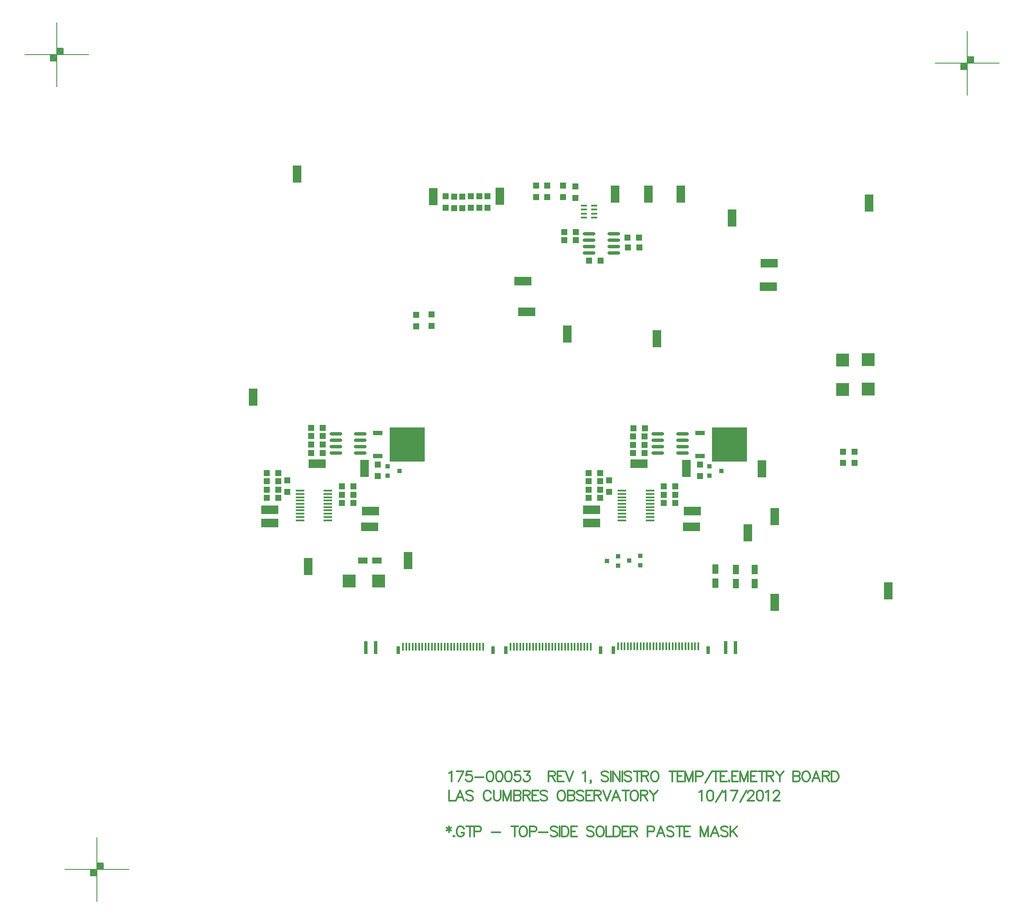
<source format=gtp>
%FSLAX23Y23*%
%MOIN*%
G70*
G01*
G75*
G04 Layer_Color=8421504*
%ADD10R,0.050X0.050*%
%ADD11R,0.045X0.017*%
%ADD12R,0.050X0.050*%
%ADD13R,0.048X0.078*%
%ADD14R,0.078X0.048*%
%ADD15R,0.100X0.100*%
%ADD16R,0.272X0.268*%
%ADD17R,0.075X0.037*%
%ADD18R,0.037X0.035*%
%ADD19R,0.037X0.035*%
%ADD20R,0.036X0.036*%
%ADD21R,0.070X0.135*%
%ADD22R,0.135X0.070*%
%ADD23O,0.098X0.028*%
%ADD24R,0.065X0.012*%
%ADD25R,0.030X0.100*%
%ADD26R,0.014X0.060*%
%ADD27R,0.031X0.060*%
%ADD28R,0.100X0.100*%
%ADD29C,0.005*%
%ADD30C,0.025*%
%ADD31C,0.008*%
%ADD32C,0.010*%
%ADD33C,0.050*%
%ADD34C,0.006*%
%ADD35C,0.012*%
%ADD36C,0.012*%
%ADD37C,0.012*%
%ADD38C,0.100*%
%ADD39C,0.065*%
%ADD40C,0.116*%
%ADD41C,0.063*%
%ADD42C,0.059*%
%ADD43R,0.059X0.059*%
%ADD44C,0.157*%
%ADD45C,0.079*%
%ADD46R,0.059X0.059*%
%ADD47C,0.059*%
%ADD48C,0.020*%
%ADD49C,0.060*%
%ADD50R,0.060X0.060*%
%ADD51C,0.070*%
%ADD52C,0.039*%
%ADD53C,0.220*%
%ADD54C,0.050*%
%ADD55C,0.236*%
%ADD56C,0.030*%
%ADD57C,0.040*%
%ADD58C,0.103*%
%ADD59C,0.080*%
%ADD60C,0.168*%
%ADD61C,0.075*%
%ADD62C,0.131*%
%ADD63C,0.076*%
%ADD64C,0.075*%
G04:AMPARAMS|DCode=65|XSize=95.433mil|YSize=95.433mil|CornerRadius=0mil|HoleSize=0mil|Usage=FLASHONLY|Rotation=0.000|XOffset=0mil|YOffset=0mil|HoleType=Round|Shape=Relief|Width=10mil|Gap=10mil|Entries=4|*
%AMTHD65*
7,0,0,0.095,0.075,0.010,45*
%
%ADD65THD65*%
G04:AMPARAMS|DCode=66|XSize=90mil|YSize=90mil|CornerRadius=0mil|HoleSize=0mil|Usage=FLASHONLY|Rotation=0.000|XOffset=0mil|YOffset=0mil|HoleType=Round|Shape=Relief|Width=10mil|Gap=10mil|Entries=4|*
%AMTHD66*
7,0,0,0.090,0.070,0.010,45*
%
%ADD66THD66*%
%ADD67C,0.080*%
%ADD68C,0.206*%
G04:AMPARAMS|DCode=69|XSize=85mil|YSize=85mil|CornerRadius=0mil|HoleSize=0mil|Usage=FLASHONLY|Rotation=0.000|XOffset=0mil|YOffset=0mil|HoleType=Round|Shape=Relief|Width=10mil|Gap=10mil|Entries=4|*
%AMTHD69*
7,0,0,0.085,0.065,0.010,45*
%
%ADD69THD69*%
%ADD70C,0.158*%
G04:AMPARAMS|DCode=71|XSize=70mil|YSize=70mil|CornerRadius=0mil|HoleSize=0mil|Usage=FLASHONLY|Rotation=0.000|XOffset=0mil|YOffset=0mil|HoleType=Round|Shape=Relief|Width=10mil|Gap=10mil|Entries=4|*
%AMTHD71*
7,0,0,0.070,0.050,0.010,45*
%
%ADD71THD71*%
%ADD72C,0.068*%
%ADD73C,0.055*%
G04:AMPARAMS|DCode=74|XSize=75mil|YSize=75mil|CornerRadius=0mil|HoleSize=0mil|Usage=FLASHONLY|Rotation=0.000|XOffset=0mil|YOffset=0mil|HoleType=Round|Shape=Relief|Width=10mil|Gap=10mil|Entries=4|*
%AMTHD74*
7,0,0,0.075,0.055,0.010,45*
%
%ADD74THD74*%
G04:AMPARAMS|DCode=75|XSize=123mil|YSize=123mil|CornerRadius=0mil|HoleSize=0mil|Usage=FLASHONLY|Rotation=0.000|XOffset=0mil|YOffset=0mil|HoleType=Round|Shape=Relief|Width=10mil|Gap=10mil|Entries=4|*
%AMTHD75*
7,0,0,0.123,0.103,0.010,45*
%
%ADD75THD75*%
G04:AMPARAMS|DCode=76|XSize=100mil|YSize=100mil|CornerRadius=0mil|HoleSize=0mil|Usage=FLASHONLY|Rotation=0.000|XOffset=0mil|YOffset=0mil|HoleType=Round|Shape=Relief|Width=10mil|Gap=10mil|Entries=4|*
%AMTHD76*
7,0,0,0.100,0.080,0.010,45*
%
%ADD76THD76*%
G04:AMPARAMS|DCode=77|XSize=150.551mil|YSize=150.551mil|CornerRadius=0mil|HoleSize=0mil|Usage=FLASHONLY|Rotation=0.000|XOffset=0mil|YOffset=0mil|HoleType=Round|Shape=Relief|Width=10mil|Gap=10mil|Entries=4|*
%AMTHD77*
7,0,0,0.151,0.131,0.010,45*
%
%ADD77THD77*%
G04:AMPARAMS|DCode=78|XSize=96.221mil|YSize=96.221mil|CornerRadius=0mil|HoleSize=0mil|Usage=FLASHONLY|Rotation=0.000|XOffset=0mil|YOffset=0mil|HoleType=Round|Shape=Relief|Width=10mil|Gap=10mil|Entries=4|*
%AMTHD78*
7,0,0,0.096,0.076,0.010,45*
%
%ADD78THD78*%
G04:AMPARAMS|DCode=79|XSize=88mil|YSize=88mil|CornerRadius=0mil|HoleSize=0mil|Usage=FLASHONLY|Rotation=0.000|XOffset=0mil|YOffset=0mil|HoleType=Round|Shape=Relief|Width=10mil|Gap=10mil|Entries=4|*
%AMTHD79*
7,0,0,0.088,0.068,0.010,45*
%
%ADD79THD79*%
%ADD80R,0.100X0.025*%
%ADD81R,0.012X0.057*%
%ADD82R,0.185X0.025*%
%ADD83R,0.035X0.053*%
%ADD84R,0.053X0.053*%
%ADD85R,0.709X0.020*%
%ADD86R,0.016X0.085*%
%ADD87C,0.010*%
%ADD88C,0.010*%
%ADD89C,0.008*%
%ADD90C,0.007*%
%ADD91R,0.170X0.118*%
D10*
X55718Y37193D02*
D03*
Y37283D02*
D03*
X55815Y37187D02*
D03*
Y37277D02*
D03*
X55507Y37191D02*
D03*
Y37281D02*
D03*
X55594Y37191D02*
D03*
Y37281D02*
D03*
X54801Y37108D02*
D03*
Y37198D02*
D03*
X55128Y37109D02*
D03*
Y37199D02*
D03*
X53564Y34979D02*
D03*
Y34889D02*
D03*
X56078Y34979D02*
D03*
Y34889D02*
D03*
X54691Y36274D02*
D03*
Y36184D02*
D03*
X54572Y36272D02*
D03*
Y36182D02*
D03*
X54929Y37106D02*
D03*
Y37196D02*
D03*
X54866Y37197D02*
D03*
Y37107D02*
D03*
X54998Y37108D02*
D03*
Y37198D02*
D03*
X55064Y37199D02*
D03*
Y37109D02*
D03*
X54272Y35103D02*
D03*
Y35013D02*
D03*
X56786Y35103D02*
D03*
Y35013D02*
D03*
D11*
X55959Y37032D02*
D03*
Y37063D02*
D03*
Y37095D02*
D03*
Y37126D02*
D03*
X55882D02*
D03*
Y37095D02*
D03*
Y37063D02*
D03*
Y37032D02*
D03*
D12*
X57993Y35203D02*
D03*
X57903D02*
D03*
X56312Y36874D02*
D03*
X56222D02*
D03*
X56011Y36696D02*
D03*
X55921D02*
D03*
X53752Y35389D02*
D03*
X53842D02*
D03*
X56266Y35385D02*
D03*
X56356D02*
D03*
X53990Y34932D02*
D03*
X54080D02*
D03*
X56504D02*
D03*
X56594D02*
D03*
X53494Y35034D02*
D03*
X53404D02*
D03*
X56008D02*
D03*
X55918D02*
D03*
X53494Y34841D02*
D03*
X53404D02*
D03*
X56008D02*
D03*
X55918D02*
D03*
X53990Y34802D02*
D03*
X54080D02*
D03*
X56504D02*
D03*
X56594D02*
D03*
X55727Y36920D02*
D03*
X55817D02*
D03*
X55816Y36854D02*
D03*
X55726D02*
D03*
X56223Y36798D02*
D03*
X56313D02*
D03*
X53990Y34867D02*
D03*
X54080D02*
D03*
X56504D02*
D03*
X56594D02*
D03*
X53494Y34971D02*
D03*
X53404D02*
D03*
X56008D02*
D03*
X55918D02*
D03*
X53750Y35259D02*
D03*
X53840D02*
D03*
X56264Y35256D02*
D03*
X56354D02*
D03*
X53841Y35325D02*
D03*
X53751D02*
D03*
X56355Y35322D02*
D03*
X56265D02*
D03*
X53494Y34905D02*
D03*
X53404D02*
D03*
X56008D02*
D03*
X55918D02*
D03*
X53839Y35193D02*
D03*
X53749D02*
D03*
X56354Y35191D02*
D03*
X56264D02*
D03*
X57904Y35115D02*
D03*
X57994D02*
D03*
D13*
X56908Y34287D02*
D03*
Y34177D02*
D03*
X57068Y34172D02*
D03*
Y34282D02*
D03*
X57213Y34282D02*
D03*
Y34172D02*
D03*
D14*
X54153Y34352D02*
D03*
X54263D02*
D03*
D15*
X54278Y34192D02*
D03*
X54048D02*
D03*
D16*
X54502Y35259D02*
D03*
X57016D02*
D03*
D17*
X54272Y35170D02*
D03*
Y35349D02*
D03*
X56786Y35170D02*
D03*
Y35349D02*
D03*
D18*
X54348Y35090D02*
D03*
X54440Y35053D02*
D03*
X56862Y35090D02*
D03*
X56954Y35053D02*
D03*
D19*
X54348Y35015D02*
D03*
X56862D02*
D03*
D20*
X56148Y34387D02*
D03*
X56062Y34350D02*
D03*
X56148Y34313D02*
D03*
X56319Y34388D02*
D03*
X56233Y34351D02*
D03*
X56319Y34314D02*
D03*
D21*
X54705Y37196D02*
D03*
X55223Y37200D02*
D03*
X54166Y35073D02*
D03*
X56680D02*
D03*
X53640Y37372D02*
D03*
X58256Y34115D02*
D03*
X53298Y35628D02*
D03*
X58106Y37144D02*
D03*
X57162Y34570D02*
D03*
X57369Y34025D02*
D03*
X53727Y34306D02*
D03*
X57271Y35070D02*
D03*
X57372Y34694D02*
D03*
X54506Y34352D02*
D03*
X56123Y37215D02*
D03*
X56383D02*
D03*
X56638D02*
D03*
X57038Y37029D02*
D03*
X55750Y36123D02*
D03*
X56452Y36085D02*
D03*
D22*
X53797Y35109D02*
D03*
X56311D02*
D03*
X57320Y36493D02*
D03*
X57328Y36675D02*
D03*
X55403Y36536D02*
D03*
X55434Y36296D02*
D03*
X54213Y34739D02*
D03*
X56727D02*
D03*
X53427Y34748D02*
D03*
X55941D02*
D03*
X53427Y34645D02*
D03*
X55941D02*
D03*
X54208Y34615D02*
D03*
X56722D02*
D03*
D23*
X55921Y36905D02*
D03*
Y36855D02*
D03*
Y36805D02*
D03*
Y36755D02*
D03*
X56113Y36905D02*
D03*
Y36855D02*
D03*
Y36805D02*
D03*
Y36755D02*
D03*
X53943Y35341D02*
D03*
Y35291D02*
D03*
Y35241D02*
D03*
Y35191D02*
D03*
X54135Y35341D02*
D03*
Y35291D02*
D03*
Y35241D02*
D03*
Y35191D02*
D03*
X56457Y35341D02*
D03*
Y35291D02*
D03*
Y35241D02*
D03*
Y35191D02*
D03*
X56649Y35341D02*
D03*
Y35291D02*
D03*
Y35241D02*
D03*
Y35191D02*
D03*
D24*
X53882Y34667D02*
D03*
Y34693D02*
D03*
Y34719D02*
D03*
Y34744D02*
D03*
Y34770D02*
D03*
Y34795D02*
D03*
Y34821D02*
D03*
X53664Y34667D02*
D03*
Y34693D02*
D03*
Y34719D02*
D03*
Y34744D02*
D03*
Y34770D02*
D03*
Y34795D02*
D03*
Y34821D02*
D03*
Y34844D02*
D03*
X53882D02*
D03*
X53664Y34872D02*
D03*
X53882D02*
D03*
X53664Y34898D02*
D03*
X53882D02*
D03*
X56396Y34667D02*
D03*
Y34693D02*
D03*
Y34719D02*
D03*
Y34744D02*
D03*
Y34770D02*
D03*
Y34795D02*
D03*
Y34821D02*
D03*
X56178Y34667D02*
D03*
Y34693D02*
D03*
Y34719D02*
D03*
Y34744D02*
D03*
Y34770D02*
D03*
Y34795D02*
D03*
Y34821D02*
D03*
Y34844D02*
D03*
X56396D02*
D03*
X56178Y34872D02*
D03*
X56396D02*
D03*
X56178Y34898D02*
D03*
X56396D02*
D03*
D25*
X57065Y33671D02*
D03*
X56986D02*
D03*
X54255Y33671D02*
D03*
X54176D02*
D03*
D26*
X54468Y33680D02*
D03*
X54493D02*
D03*
X54518D02*
D03*
X54543D02*
D03*
X54568D02*
D03*
X54593D02*
D03*
X54618D02*
D03*
X54643D02*
D03*
X54668D02*
D03*
X54693D02*
D03*
X54718D02*
D03*
X54743D02*
D03*
X54768D02*
D03*
X54793D02*
D03*
X54818D02*
D03*
X54843D02*
D03*
X54868D02*
D03*
X54893D02*
D03*
X54918D02*
D03*
X54943D02*
D03*
X54968D02*
D03*
X54993D02*
D03*
X55018D02*
D03*
X55043D02*
D03*
X55068D02*
D03*
X55093D02*
D03*
X55308D02*
D03*
X55333D02*
D03*
X55358D02*
D03*
X55383D02*
D03*
X55408D02*
D03*
X55433D02*
D03*
X55458D02*
D03*
X55483D02*
D03*
X55508D02*
D03*
X55533D02*
D03*
X55558D02*
D03*
X55583D02*
D03*
X55608D02*
D03*
X55633D02*
D03*
X55658D02*
D03*
X55683D02*
D03*
X55708D02*
D03*
X55733D02*
D03*
X55758D02*
D03*
X55783D02*
D03*
X55808D02*
D03*
X55833D02*
D03*
X55858D02*
D03*
X55883D02*
D03*
X55908D02*
D03*
X55933D02*
D03*
X56148Y33681D02*
D03*
X56173D02*
D03*
X56198D02*
D03*
X56223D02*
D03*
X56248D02*
D03*
X56273D02*
D03*
X56298D02*
D03*
X56323D02*
D03*
X56348D02*
D03*
X56373D02*
D03*
X56398D02*
D03*
X56423D02*
D03*
X56448D02*
D03*
X56473D02*
D03*
X56498D02*
D03*
X56523D02*
D03*
X56548D02*
D03*
X56573D02*
D03*
X56598D02*
D03*
X56623D02*
D03*
X56648D02*
D03*
X56673D02*
D03*
X56698D02*
D03*
X56723D02*
D03*
X56748D02*
D03*
X56773D02*
D03*
D27*
X54430Y33653D02*
D03*
X55170D02*
D03*
X55270D02*
D03*
X56010D02*
D03*
X56850D02*
D03*
X56110D02*
D03*
D28*
X58100Y35922D02*
D03*
Y35692D02*
D03*
X57901Y35920D02*
D03*
Y35690D02*
D03*
D31*
X58873Y37990D02*
Y38490D01*
X58623Y38240D02*
X59123D01*
X58823Y38190D02*
X58873D01*
X58823D02*
Y38240D01*
X58873Y38290D02*
X58923D01*
Y38240D02*
Y38290D01*
X58878Y38245D02*
Y38285D01*
X58918D01*
Y38245D02*
Y38285D01*
X58878Y38245D02*
X58918D01*
X58883Y38250D02*
Y38280D01*
X58913D01*
Y38250D02*
Y38280D01*
X58888Y38250D02*
X58913D01*
X58888Y38255D02*
Y38275D01*
X58908D01*
Y38255D02*
Y38275D01*
X58893Y38255D02*
X58908D01*
X58893Y38260D02*
Y38270D01*
X58903D01*
Y38260D02*
Y38270D01*
X58893Y38260D02*
X58903D01*
X58898D02*
Y38270D01*
X58828Y38195D02*
Y38235D01*
X58868D01*
Y38195D02*
Y38235D01*
X58828Y38195D02*
X58868D01*
X58833Y38200D02*
Y38230D01*
X58863D01*
Y38200D02*
Y38230D01*
X58838Y38200D02*
X58863D01*
X58838Y38205D02*
Y38225D01*
X58858D01*
Y38205D02*
Y38225D01*
X58843Y38205D02*
X58858D01*
X58843Y38210D02*
Y38220D01*
X58853D01*
Y38210D02*
Y38220D01*
X58843Y38210D02*
X58853D01*
X58848D02*
Y38220D01*
X51765Y38056D02*
Y38556D01*
X51515Y38306D02*
X52015D01*
X51715Y38256D02*
X51765D01*
X51715D02*
Y38306D01*
X51765Y38356D02*
X51815D01*
Y38306D02*
Y38356D01*
X51770Y38311D02*
Y38351D01*
X51810D01*
Y38311D02*
Y38351D01*
X51770Y38311D02*
X51810D01*
X51775Y38316D02*
Y38346D01*
X51805D01*
Y38316D02*
Y38346D01*
X51780Y38316D02*
X51805D01*
X51780Y38321D02*
Y38341D01*
X51800D01*
Y38321D02*
Y38341D01*
X51785Y38321D02*
X51800D01*
X51785Y38326D02*
Y38336D01*
X51795D01*
Y38326D02*
Y38336D01*
X51785Y38326D02*
X51795D01*
X51790D02*
Y38336D01*
X51720Y38261D02*
Y38301D01*
X51760D01*
Y38261D02*
Y38301D01*
X51720Y38261D02*
X51760D01*
X51725Y38266D02*
Y38296D01*
X51755D01*
Y38266D02*
Y38296D01*
X51730Y38266D02*
X51755D01*
X51730Y38271D02*
Y38291D01*
X51750D01*
Y38271D02*
Y38291D01*
X51735Y38271D02*
X51750D01*
X51735Y38276D02*
Y38286D01*
X51745D01*
Y38276D02*
Y38286D01*
X51735Y38276D02*
X51745D01*
X51740D02*
Y38286D01*
X52077Y31688D02*
Y32188D01*
X51827Y31938D02*
X52327D01*
X52027Y31888D02*
X52077D01*
X52027D02*
Y31938D01*
X52077Y31988D02*
X52127D01*
Y31938D02*
Y31988D01*
X52082Y31943D02*
Y31983D01*
X52122D01*
Y31943D02*
Y31983D01*
X52082Y31943D02*
X52122D01*
X52087Y31948D02*
Y31978D01*
X52117D01*
Y31948D02*
Y31978D01*
X52092Y31948D02*
X52117D01*
X52092Y31953D02*
Y31973D01*
X52112D01*
Y31953D02*
Y31973D01*
X52097Y31953D02*
X52112D01*
X52097Y31958D02*
Y31968D01*
X52107D01*
Y31958D02*
Y31968D01*
X52097Y31958D02*
X52107D01*
X52102D02*
Y31968D01*
X52032Y31893D02*
Y31933D01*
X52072D01*
Y31893D02*
Y31933D01*
X52032Y31893D02*
X52072D01*
X52037Y31898D02*
Y31928D01*
X52067D01*
Y31898D02*
Y31928D01*
X52042Y31898D02*
X52067D01*
X52042Y31903D02*
Y31923D01*
X52062D01*
Y31903D02*
Y31923D01*
X52047Y31903D02*
X52062D01*
X52047Y31908D02*
Y31918D01*
X52057D01*
Y31908D02*
Y31918D01*
X52047Y31908D02*
X52057D01*
X52052D02*
Y31918D01*
D36*
X54828Y32556D02*
Y32476D01*
X54874D01*
X54943D02*
X54913Y32556D01*
X54882Y32476D01*
X54894Y32503D02*
X54932D01*
X55015Y32545D02*
X55008Y32552D01*
X54996Y32556D01*
X54981D01*
X54970Y32552D01*
X54962Y32545D01*
Y32537D01*
X54966Y32529D01*
X54970Y32526D01*
X54977Y32522D01*
X55000Y32514D01*
X55008Y32510D01*
X55012Y32507D01*
X55015Y32499D01*
Y32487D01*
X55008Y32480D01*
X54996Y32476D01*
X54981D01*
X54970Y32480D01*
X54962Y32487D01*
X55153Y32537D02*
X55149Y32545D01*
X55142Y32552D01*
X55134Y32556D01*
X55119D01*
X55111Y32552D01*
X55104Y32545D01*
X55100Y32537D01*
X55096Y32526D01*
Y32507D01*
X55100Y32495D01*
X55104Y32487D01*
X55111Y32480D01*
X55119Y32476D01*
X55134D01*
X55142Y32480D01*
X55149Y32487D01*
X55153Y32495D01*
X55176Y32556D02*
Y32499D01*
X55180Y32487D01*
X55187Y32480D01*
X55199Y32476D01*
X55206D01*
X55218Y32480D01*
X55225Y32487D01*
X55229Y32499D01*
Y32556D01*
X55251D02*
Y32476D01*
Y32556D02*
X55282Y32476D01*
X55312Y32556D02*
X55282Y32476D01*
X55312Y32556D02*
Y32476D01*
X55335Y32556D02*
Y32476D01*
Y32556D02*
X55369D01*
X55381Y32552D01*
X55384Y32548D01*
X55388Y32541D01*
Y32533D01*
X55384Y32526D01*
X55381Y32522D01*
X55369Y32518D01*
X55335D02*
X55369D01*
X55381Y32514D01*
X55384Y32510D01*
X55388Y32503D01*
Y32491D01*
X55384Y32484D01*
X55381Y32480D01*
X55369Y32476D01*
X55335D01*
X55406Y32556D02*
Y32476D01*
Y32556D02*
X55440D01*
X55452Y32552D01*
X55456Y32548D01*
X55460Y32541D01*
Y32533D01*
X55456Y32526D01*
X55452Y32522D01*
X55440Y32518D01*
X55406D01*
X55433D02*
X55460Y32476D01*
X55527Y32556D02*
X55477D01*
Y32476D01*
X55527D01*
X55477Y32518D02*
X55508D01*
X55594Y32545D02*
X55586Y32552D01*
X55575Y32556D01*
X55559D01*
X55548Y32552D01*
X55540Y32545D01*
Y32537D01*
X55544Y32529D01*
X55548Y32526D01*
X55555Y32522D01*
X55578Y32514D01*
X55586Y32510D01*
X55590Y32507D01*
X55594Y32499D01*
Y32487D01*
X55586Y32480D01*
X55575Y32476D01*
X55559D01*
X55548Y32480D01*
X55540Y32487D01*
X55697Y32556D02*
X55690Y32552D01*
X55682Y32545D01*
X55678Y32537D01*
X55674Y32526D01*
Y32507D01*
X55678Y32495D01*
X55682Y32487D01*
X55690Y32480D01*
X55697Y32476D01*
X55712D01*
X55720Y32480D01*
X55728Y32487D01*
X55731Y32495D01*
X55735Y32507D01*
Y32526D01*
X55731Y32537D01*
X55728Y32545D01*
X55720Y32552D01*
X55712Y32556D01*
X55697D01*
X55754D02*
Y32476D01*
Y32556D02*
X55788D01*
X55800Y32552D01*
X55803Y32548D01*
X55807Y32541D01*
Y32533D01*
X55803Y32526D01*
X55800Y32522D01*
X55788Y32518D01*
X55754D02*
X55788D01*
X55800Y32514D01*
X55803Y32510D01*
X55807Y32503D01*
Y32491D01*
X55803Y32484D01*
X55800Y32480D01*
X55788Y32476D01*
X55754D01*
X55878Y32545D02*
X55871Y32552D01*
X55859Y32556D01*
X55844D01*
X55833Y32552D01*
X55825Y32545D01*
Y32537D01*
X55829Y32529D01*
X55833Y32526D01*
X55840Y32522D01*
X55863Y32514D01*
X55871Y32510D01*
X55875Y32507D01*
X55878Y32499D01*
Y32487D01*
X55871Y32480D01*
X55859Y32476D01*
X55844D01*
X55833Y32480D01*
X55825Y32487D01*
X55946Y32556D02*
X55896D01*
Y32476D01*
X55946D01*
X55896Y32518D02*
X55927D01*
X55959Y32556D02*
Y32476D01*
Y32556D02*
X55993D01*
X56005Y32552D01*
X56009Y32548D01*
X56013Y32541D01*
Y32533D01*
X56009Y32526D01*
X56005Y32522D01*
X55993Y32518D01*
X55959D01*
X55986D02*
X56013Y32476D01*
X56030Y32556D02*
X56061Y32476D01*
X56091Y32556D02*
X56061Y32476D01*
X56163D02*
X56132Y32556D01*
X56102Y32476D01*
X56113Y32503D02*
X56151D01*
X56208Y32556D02*
Y32476D01*
X56181Y32556D02*
X56235D01*
X56267D02*
X56259Y32552D01*
X56252Y32545D01*
X56248Y32537D01*
X56244Y32526D01*
Y32507D01*
X56248Y32495D01*
X56252Y32487D01*
X56259Y32480D01*
X56267Y32476D01*
X56282D01*
X56290Y32480D01*
X56297Y32487D01*
X56301Y32495D01*
X56305Y32507D01*
Y32526D01*
X56301Y32537D01*
X56297Y32545D01*
X56290Y32552D01*
X56282Y32556D01*
X56267D01*
X56324D02*
Y32476D01*
Y32556D02*
X56358D01*
X56369Y32552D01*
X56373Y32548D01*
X56377Y32541D01*
Y32533D01*
X56373Y32526D01*
X56369Y32522D01*
X56358Y32518D01*
X56324D01*
X56350D02*
X56377Y32476D01*
X56395Y32556D02*
X56425Y32518D01*
Y32476D01*
X56456Y32556D02*
X56425Y32518D01*
X56780Y32541D02*
X56788Y32545D01*
X56799Y32556D01*
Y32476D01*
X56862Y32556D02*
X56850Y32552D01*
X56843Y32541D01*
X56839Y32522D01*
Y32510D01*
X56843Y32491D01*
X56850Y32480D01*
X56862Y32476D01*
X56869D01*
X56881Y32480D01*
X56889Y32491D01*
X56892Y32510D01*
Y32522D01*
X56889Y32541D01*
X56881Y32552D01*
X56869Y32556D01*
X56862D01*
X56910Y32465D02*
X56964Y32556D01*
X56969Y32541D02*
X56977Y32545D01*
X56988Y32556D01*
Y32476D01*
X57081Y32556D02*
X57043Y32476D01*
X57028Y32556D02*
X57081D01*
X57099Y32465D02*
X57152Y32556D01*
X57161Y32537D02*
Y32541D01*
X57165Y32548D01*
X57169Y32552D01*
X57176Y32556D01*
X57192D01*
X57199Y32552D01*
X57203Y32548D01*
X57207Y32541D01*
Y32533D01*
X57203Y32526D01*
X57196Y32514D01*
X57157Y32476D01*
X57211D01*
X57252Y32556D02*
X57240Y32552D01*
X57232Y32541D01*
X57229Y32522D01*
Y32510D01*
X57232Y32491D01*
X57240Y32480D01*
X57252Y32476D01*
X57259D01*
X57271Y32480D01*
X57278Y32491D01*
X57282Y32510D01*
Y32522D01*
X57278Y32541D01*
X57271Y32552D01*
X57259Y32556D01*
X57252D01*
X57300Y32541D02*
X57307Y32545D01*
X57319Y32556D01*
Y32476D01*
X57362Y32537D02*
Y32541D01*
X57366Y32548D01*
X57370Y32552D01*
X57378Y32556D01*
X57393D01*
X57400Y32552D01*
X57404Y32548D01*
X57408Y32541D01*
Y32533D01*
X57404Y32526D01*
X57397Y32514D01*
X57359Y32476D01*
X57412D01*
D37*
X54826Y32275D02*
Y32230D01*
X54807Y32264D02*
X54845Y32241D01*
Y32264D02*
X54807Y32241D01*
X54865Y32203D02*
X54861Y32199D01*
X54865Y32196D01*
X54869Y32199D01*
X54865Y32203D01*
X54944Y32256D02*
X54940Y32264D01*
X54932Y32272D01*
X54925Y32275D01*
X54909D01*
X54902Y32272D01*
X54894Y32264D01*
X54890Y32256D01*
X54887Y32245D01*
Y32226D01*
X54890Y32215D01*
X54894Y32207D01*
X54902Y32199D01*
X54909Y32196D01*
X54925D01*
X54932Y32199D01*
X54940Y32207D01*
X54944Y32215D01*
Y32226D01*
X54925D02*
X54944D01*
X54989Y32275D02*
Y32196D01*
X54962Y32275D02*
X55015D01*
X55025Y32234D02*
X55059D01*
X55071Y32237D01*
X55074Y32241D01*
X55078Y32249D01*
Y32260D01*
X55074Y32268D01*
X55071Y32272D01*
X55059Y32275D01*
X55025D01*
Y32196D01*
X55159Y32230D02*
X55227D01*
X55341Y32275D02*
Y32196D01*
X55314Y32275D02*
X55367D01*
X55400D02*
X55392Y32272D01*
X55384Y32264D01*
X55381Y32256D01*
X55377Y32245D01*
Y32226D01*
X55381Y32215D01*
X55384Y32207D01*
X55392Y32199D01*
X55400Y32196D01*
X55415D01*
X55422Y32199D01*
X55430Y32207D01*
X55434Y32215D01*
X55438Y32226D01*
Y32245D01*
X55434Y32256D01*
X55430Y32264D01*
X55422Y32272D01*
X55415Y32275D01*
X55400D01*
X55456Y32234D02*
X55491D01*
X55502Y32237D01*
X55506Y32241D01*
X55510Y32249D01*
Y32260D01*
X55506Y32268D01*
X55502Y32272D01*
X55491Y32275D01*
X55456D01*
Y32196D01*
X55528Y32230D02*
X55596D01*
X55673Y32264D02*
X55665Y32272D01*
X55654Y32275D01*
X55639D01*
X55627Y32272D01*
X55620Y32264D01*
Y32256D01*
X55624Y32249D01*
X55627Y32245D01*
X55635Y32241D01*
X55658Y32234D01*
X55665Y32230D01*
X55669Y32226D01*
X55673Y32218D01*
Y32207D01*
X55665Y32199D01*
X55654Y32196D01*
X55639D01*
X55627Y32199D01*
X55620Y32207D01*
X55691Y32275D02*
Y32196D01*
X55708Y32275D02*
Y32196D01*
Y32275D02*
X55734D01*
X55746Y32272D01*
X55753Y32264D01*
X55757Y32256D01*
X55761Y32245D01*
Y32226D01*
X55757Y32215D01*
X55753Y32207D01*
X55746Y32199D01*
X55734Y32196D01*
X55708D01*
X55828Y32275D02*
X55779D01*
Y32196D01*
X55828D01*
X55779Y32237D02*
X55809D01*
X55958Y32264D02*
X55950Y32272D01*
X55939Y32275D01*
X55924D01*
X55912Y32272D01*
X55905Y32264D01*
Y32256D01*
X55908Y32249D01*
X55912Y32245D01*
X55920Y32241D01*
X55943Y32234D01*
X55950Y32230D01*
X55954Y32226D01*
X55958Y32218D01*
Y32207D01*
X55950Y32199D01*
X55939Y32196D01*
X55924D01*
X55912Y32199D01*
X55905Y32207D01*
X55999Y32275D02*
X55991Y32272D01*
X55984Y32264D01*
X55980Y32256D01*
X55976Y32245D01*
Y32226D01*
X55980Y32215D01*
X55984Y32207D01*
X55991Y32199D01*
X55999Y32196D01*
X56014D01*
X56022Y32199D01*
X56029Y32207D01*
X56033Y32215D01*
X56037Y32226D01*
Y32245D01*
X56033Y32256D01*
X56029Y32264D01*
X56022Y32272D01*
X56014Y32275D01*
X55999D01*
X56055D02*
Y32196D01*
X56101D01*
X56110Y32275D02*
Y32196D01*
Y32275D02*
X56137D01*
X56148Y32272D01*
X56156Y32264D01*
X56159Y32256D01*
X56163Y32245D01*
Y32226D01*
X56159Y32215D01*
X56156Y32207D01*
X56148Y32199D01*
X56137Y32196D01*
X56110D01*
X56231Y32275D02*
X56181D01*
Y32196D01*
X56231D01*
X56181Y32237D02*
X56212D01*
X56244Y32275D02*
Y32196D01*
Y32275D02*
X56278D01*
X56290Y32272D01*
X56294Y32268D01*
X56297Y32260D01*
Y32253D01*
X56294Y32245D01*
X56290Y32241D01*
X56278Y32237D01*
X56244D01*
X56271D02*
X56297Y32196D01*
X56378Y32234D02*
X56412D01*
X56424Y32237D01*
X56428Y32241D01*
X56431Y32249D01*
Y32260D01*
X56428Y32268D01*
X56424Y32272D01*
X56412Y32275D01*
X56378D01*
Y32196D01*
X56510D02*
X56480Y32275D01*
X56449Y32196D01*
X56461Y32222D02*
X56499D01*
X56582Y32264D02*
X56575Y32272D01*
X56563Y32275D01*
X56548D01*
X56537Y32272D01*
X56529Y32264D01*
Y32256D01*
X56533Y32249D01*
X56537Y32245D01*
X56544Y32241D01*
X56567Y32234D01*
X56575Y32230D01*
X56578Y32226D01*
X56582Y32218D01*
Y32207D01*
X56575Y32199D01*
X56563Y32196D01*
X56548D01*
X56537Y32199D01*
X56529Y32207D01*
X56627Y32275D02*
Y32196D01*
X56600Y32275D02*
X56653D01*
X56712D02*
X56663D01*
Y32196D01*
X56712D01*
X56663Y32237D02*
X56693D01*
X56789Y32275D02*
Y32196D01*
Y32275D02*
X56819Y32196D01*
X56850Y32275D02*
X56819Y32196D01*
X56850Y32275D02*
Y32196D01*
X56933D02*
X56903Y32275D01*
X56872Y32196D01*
X56884Y32222D02*
X56922D01*
X57005Y32264D02*
X56998Y32272D01*
X56986Y32275D01*
X56971D01*
X56960Y32272D01*
X56952Y32264D01*
Y32256D01*
X56956Y32249D01*
X56960Y32245D01*
X56967Y32241D01*
X56990Y32234D01*
X56998Y32230D01*
X57002Y32226D01*
X57005Y32218D01*
Y32207D01*
X56998Y32199D01*
X56986Y32196D01*
X56971D01*
X56960Y32199D01*
X56952Y32207D01*
X57023Y32275D02*
Y32196D01*
X57077Y32275D02*
X57023Y32222D01*
X57042Y32241D02*
X57077Y32196D01*
X54828Y32691D02*
X54836Y32695D01*
X54847Y32706D01*
Y32626D01*
X54940Y32706D02*
X54902Y32626D01*
X54887Y32706D02*
X54940D01*
X55004D02*
X54966D01*
X54962Y32672D01*
X54966Y32676D01*
X54977Y32679D01*
X54988D01*
X55000Y32676D01*
X55007Y32668D01*
X55011Y32657D01*
Y32649D01*
X55007Y32638D01*
X55000Y32630D01*
X54988Y32626D01*
X54977D01*
X54966Y32630D01*
X54962Y32634D01*
X54958Y32641D01*
X55029Y32660D02*
X55098D01*
X55144Y32706D02*
X55133Y32702D01*
X55125Y32691D01*
X55121Y32672D01*
Y32660D01*
X55125Y32641D01*
X55133Y32630D01*
X55144Y32626D01*
X55152D01*
X55163Y32630D01*
X55171Y32641D01*
X55175Y32660D01*
Y32672D01*
X55171Y32691D01*
X55163Y32702D01*
X55152Y32706D01*
X55144D01*
X55215D02*
X55204Y32702D01*
X55196Y32691D01*
X55193Y32672D01*
Y32660D01*
X55196Y32641D01*
X55204Y32630D01*
X55215Y32626D01*
X55223D01*
X55234Y32630D01*
X55242Y32641D01*
X55246Y32660D01*
Y32672D01*
X55242Y32691D01*
X55234Y32702D01*
X55223Y32706D01*
X55215D01*
X55287D02*
X55275Y32702D01*
X55268Y32691D01*
X55264Y32672D01*
Y32660D01*
X55268Y32641D01*
X55275Y32630D01*
X55287Y32626D01*
X55294D01*
X55306Y32630D01*
X55313Y32641D01*
X55317Y32660D01*
Y32672D01*
X55313Y32691D01*
X55306Y32702D01*
X55294Y32706D01*
X55287D01*
X55381D02*
X55343D01*
X55339Y32672D01*
X55343Y32676D01*
X55354Y32679D01*
X55365D01*
X55377Y32676D01*
X55384Y32668D01*
X55388Y32657D01*
Y32649D01*
X55384Y32638D01*
X55377Y32630D01*
X55365Y32626D01*
X55354D01*
X55343Y32630D01*
X55339Y32634D01*
X55335Y32641D01*
X55414Y32706D02*
X55456D01*
X55433Y32676D01*
X55444D01*
X55452Y32672D01*
X55456Y32668D01*
X55460Y32657D01*
Y32649D01*
X55456Y32638D01*
X55448Y32630D01*
X55437Y32626D01*
X55425D01*
X55414Y32630D01*
X55410Y32634D01*
X55406Y32641D01*
X55603Y32706D02*
Y32626D01*
Y32706D02*
X55637D01*
X55649Y32702D01*
X55653Y32698D01*
X55656Y32691D01*
Y32683D01*
X55653Y32676D01*
X55649Y32672D01*
X55637Y32668D01*
X55603D01*
X55630D02*
X55656Y32626D01*
X55724Y32706D02*
X55674D01*
Y32626D01*
X55724D01*
X55674Y32668D02*
X55705D01*
X55737Y32706D02*
X55768Y32626D01*
X55798Y32706D02*
X55768Y32626D01*
X55871Y32691D02*
X55879Y32695D01*
X55890Y32706D01*
Y32626D01*
X55938Y32630D02*
X55934Y32626D01*
X55930Y32630D01*
X55934Y32634D01*
X55938Y32630D01*
Y32622D01*
X55934Y32615D01*
X55930Y32611D01*
X56071Y32695D02*
X56064Y32702D01*
X56052Y32706D01*
X56037D01*
X56025Y32702D01*
X56018Y32695D01*
Y32687D01*
X56022Y32679D01*
X56025Y32676D01*
X56033Y32672D01*
X56056Y32664D01*
X56064Y32660D01*
X56067Y32657D01*
X56071Y32649D01*
Y32638D01*
X56064Y32630D01*
X56052Y32626D01*
X56037D01*
X56025Y32630D01*
X56018Y32638D01*
X56089Y32706D02*
Y32626D01*
X56106Y32706D02*
Y32626D01*
Y32706D02*
X56159Y32626D01*
Y32706D02*
Y32626D01*
X56181Y32706D02*
Y32626D01*
X56251Y32695D02*
X56244Y32702D01*
X56232Y32706D01*
X56217D01*
X56206Y32702D01*
X56198Y32695D01*
Y32687D01*
X56202Y32679D01*
X56206Y32676D01*
X56213Y32672D01*
X56236Y32664D01*
X56244Y32660D01*
X56248Y32657D01*
X56251Y32649D01*
Y32638D01*
X56244Y32630D01*
X56232Y32626D01*
X56217D01*
X56206Y32630D01*
X56198Y32638D01*
X56296Y32706D02*
Y32626D01*
X56269Y32706D02*
X56323D01*
X56332D02*
Y32626D01*
Y32706D02*
X56366D01*
X56378Y32702D01*
X56382Y32698D01*
X56385Y32691D01*
Y32683D01*
X56382Y32676D01*
X56378Y32672D01*
X56366Y32668D01*
X56332D01*
X56359D02*
X56385Y32626D01*
X56426Y32706D02*
X56419Y32702D01*
X56411Y32695D01*
X56407Y32687D01*
X56403Y32676D01*
Y32657D01*
X56407Y32645D01*
X56411Y32638D01*
X56419Y32630D01*
X56426Y32626D01*
X56441D01*
X56449Y32630D01*
X56457Y32638D01*
X56460Y32645D01*
X56464Y32657D01*
Y32676D01*
X56460Y32687D01*
X56457Y32695D01*
X56449Y32702D01*
X56441Y32706D01*
X56426D01*
X56572D02*
Y32626D01*
X56546Y32706D02*
X56599D01*
X56658D02*
X56609D01*
Y32626D01*
X56658D01*
X56609Y32668D02*
X56639D01*
X56671Y32706D02*
Y32626D01*
Y32706D02*
X56702Y32626D01*
X56732Y32706D02*
X56702Y32626D01*
X56732Y32706D02*
Y32626D01*
X56755Y32664D02*
X56790D01*
X56801Y32668D01*
X56805Y32672D01*
X56809Y32679D01*
Y32691D01*
X56805Y32698D01*
X56801Y32702D01*
X56790Y32706D01*
X56755D01*
Y32626D01*
X56826Y32615D02*
X56880Y32706D01*
X56912D02*
Y32626D01*
X56885Y32706D02*
X56938D01*
X56997D02*
X56948D01*
Y32626D01*
X56997D01*
X56948Y32668D02*
X56978D01*
X57015Y32634D02*
X57011Y32630D01*
X57015Y32626D01*
X57018Y32630D01*
X57015Y32634D01*
X57085Y32706D02*
X57036D01*
Y32626D01*
X57085D01*
X57036Y32668D02*
X57066D01*
X57099Y32706D02*
Y32626D01*
Y32706D02*
X57129Y32626D01*
X57160Y32706D02*
X57129Y32626D01*
X57160Y32706D02*
Y32626D01*
X57232Y32706D02*
X57183D01*
Y32626D01*
X57232D01*
X57183Y32668D02*
X57213D01*
X57272Y32706D02*
Y32626D01*
X57245Y32706D02*
X57299D01*
X57308D02*
Y32626D01*
Y32706D02*
X57343D01*
X57354Y32702D01*
X57358Y32698D01*
X57362Y32691D01*
Y32683D01*
X57358Y32676D01*
X57354Y32672D01*
X57343Y32668D01*
X57308D01*
X57335D02*
X57362Y32626D01*
X57379Y32706D02*
X57410Y32668D01*
Y32626D01*
X57440Y32706D02*
X57410Y32668D01*
X57514Y32706D02*
Y32626D01*
Y32706D02*
X57548D01*
X57559Y32702D01*
X57563Y32698D01*
X57567Y32691D01*
Y32683D01*
X57563Y32676D01*
X57559Y32672D01*
X57548Y32668D01*
X57514D02*
X57548D01*
X57559Y32664D01*
X57563Y32660D01*
X57567Y32653D01*
Y32641D01*
X57563Y32634D01*
X57559Y32630D01*
X57548Y32626D01*
X57514D01*
X57608Y32706D02*
X57600Y32702D01*
X57592Y32695D01*
X57589Y32687D01*
X57585Y32676D01*
Y32657D01*
X57589Y32645D01*
X57592Y32638D01*
X57600Y32630D01*
X57608Y32626D01*
X57623D01*
X57630Y32630D01*
X57638Y32638D01*
X57642Y32645D01*
X57646Y32657D01*
Y32676D01*
X57642Y32687D01*
X57638Y32695D01*
X57630Y32702D01*
X57623Y32706D01*
X57608D01*
X57725Y32626D02*
X57695Y32706D01*
X57664Y32626D01*
X57676Y32653D02*
X57714D01*
X57744Y32706D02*
Y32626D01*
Y32706D02*
X57778D01*
X57790Y32702D01*
X57793Y32698D01*
X57797Y32691D01*
Y32683D01*
X57793Y32676D01*
X57790Y32672D01*
X57778Y32668D01*
X57744D01*
X57771D02*
X57797Y32626D01*
X57815Y32706D02*
Y32626D01*
Y32706D02*
X57842D01*
X57853Y32702D01*
X57861Y32695D01*
X57865Y32687D01*
X57869Y32676D01*
Y32657D01*
X57865Y32645D01*
X57861Y32638D01*
X57853Y32630D01*
X57842Y32626D01*
X57815D01*
M02*

</source>
